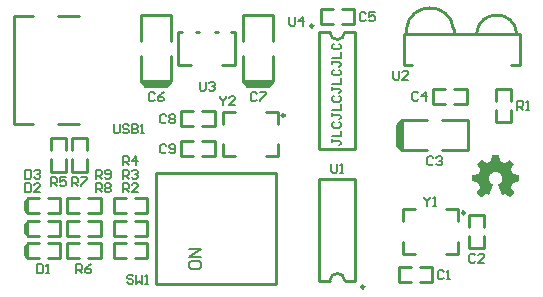
<source format=gto>
G04*
G04 #@! TF.GenerationSoftware,Altium Limited,Altium Designer,22.6.1 (34)*
G04*
G04 Layer_Color=65535*
%FSLAX44Y44*%
%MOMM*%
G71*
G04*
G04 #@! TF.SameCoordinates,64BB26C1-36A9-42FA-8A83-9A0FAFC5C5BC*
G04*
G04*
G04 #@! TF.FilePolarity,Positive*
G04*
G01*
G75*
%ADD10C,0.2500*%
%ADD11C,0.2540*%
%ADD12C,0.2032*%
%ADD13C,0.1524*%
G36*
X109220Y180340D02*
X132080D01*
X128270Y176530D01*
X113030D01*
X109220Y180340D01*
D02*
G37*
G36*
X195580D02*
X218440D01*
X214630Y176530D01*
X199390D01*
X195580Y180340D01*
D02*
G37*
G36*
X328930Y146050D02*
Y123190D01*
X325120Y127000D01*
Y142240D01*
X328930Y146050D01*
D02*
G37*
G36*
X411121Y118100D02*
Y117959D01*
X412108Y112951D01*
Y112880D01*
Y112810D01*
X412179Y112739D01*
X412320Y112669D01*
X415706Y111258D01*
X416058D01*
X420220Y114221D01*
X420502D01*
X420573Y114150D01*
X424170Y110623D01*
Y110553D01*
Y110412D01*
Y110341D01*
Y110271D01*
X421278Y106109D01*
Y106038D01*
Y105897D01*
Y105827D01*
Y105686D01*
X422900Y102229D01*
Y102159D01*
X422971Y102088D01*
X423112Y102018D01*
X427908Y101172D01*
X428050D01*
X428120Y101101D01*
Y100960D01*
Y95881D01*
Y95811D01*
X428050Y95740D01*
X427908Y95670D01*
X423253Y94682D01*
X423112D01*
X423041Y94612D01*
X422971Y94471D01*
X421419Y90732D01*
Y90662D01*
Y90520D01*
Y90450D01*
Y90379D01*
X424170Y86430D01*
Y86288D01*
Y86218D01*
Y86147D01*
X420573Y82620D01*
X420502Y82550D01*
X420361D01*
X420220Y82620D01*
X416411Y85230D01*
X416058D01*
X414366Y84243D01*
X414225D01*
X414154Y84313D01*
X414083Y84384D01*
X410557Y92919D01*
Y92989D01*
Y93060D01*
X410627Y93271D01*
X411121Y93483D01*
X411191Y93554D01*
X411262Y93624D01*
X411333Y93765D01*
X411474Y93836D01*
X411756Y94047D01*
X412108Y94400D01*
X412602Y94894D01*
X413096Y95529D01*
X413449Y96305D01*
X413731Y97221D01*
X413872Y98279D01*
Y98350D01*
Y98703D01*
X413801Y99126D01*
X413660Y99620D01*
X413449Y100254D01*
X413167Y100960D01*
X412814Y101595D01*
X412249Y102229D01*
X412179Y102300D01*
X411967Y102512D01*
X411615Y102794D01*
X411191Y103076D01*
X410627Y103358D01*
X409992Y103640D01*
X409216Y103852D01*
X408370Y103922D01*
X408017D01*
X407594Y103852D01*
X407030Y103711D01*
X406466Y103499D01*
X405760Y103217D01*
X405125Y102794D01*
X404491Y102229D01*
X404420Y102159D01*
X404208Y101947D01*
X403997Y101595D01*
X403715Y101101D01*
X403362Y100537D01*
X403150Y99902D01*
X402939Y99126D01*
X402868Y98279D01*
Y98138D01*
X402939Y97786D01*
X403009Y97221D01*
X403150Y96587D01*
X403503Y95881D01*
X403926Y95105D01*
X404491Y94400D01*
X405337Y93765D01*
X405407Y93695D01*
X405478Y93554D01*
X405549D01*
X405619Y93483D01*
X406042Y93271D01*
X406113Y93201D01*
X406183Y92919D01*
X402727Y84384D01*
X402657Y84313D01*
X402374Y84243D01*
X400682Y85230D01*
X400329D01*
X396520Y82620D01*
X396379Y82550D01*
X396308D01*
X396167Y82620D01*
X392500Y86147D01*
Y86288D01*
Y86359D01*
Y86430D01*
X395321Y90379D01*
Y90450D01*
Y90520D01*
Y90591D01*
Y90732D01*
X393699Y94471D01*
Y94541D01*
Y94612D01*
X393628Y94682D01*
X393487D01*
X388832Y95670D01*
X388761D01*
X388690Y95740D01*
X388620Y95881D01*
Y100960D01*
Y101030D01*
Y101101D01*
X388690Y101172D01*
X388832D01*
X393628Y102018D01*
X393699D01*
X393840Y102088D01*
X393981Y102229D01*
X395391Y105686D01*
Y105756D01*
Y105897D01*
Y105968D01*
Y106038D01*
Y106109D01*
X392500Y110271D01*
Y110341D01*
Y110412D01*
Y110482D01*
Y110623D01*
X396167Y114150D01*
X396238Y114221D01*
X396520D01*
X400682Y111258D01*
X401034D01*
X404420Y112669D01*
X404491D01*
X404561Y112739D01*
X404632Y112810D01*
Y112951D01*
X405619Y117959D01*
Y118029D01*
Y118100D01*
X405690Y118171D01*
X405831Y118241D01*
X411050D01*
X411121Y118100D01*
D02*
G37*
D10*
X382250Y69088D02*
G03*
X382250Y69088I-1250J0D01*
G01*
X297160Y6350D02*
G03*
X297160Y6350I-1250J0D01*
G01*
X229850Y151638D02*
G03*
X229850Y151638I-1250J0D01*
G01*
X253980Y227330D02*
G03*
X253980Y227330I-1250J0D01*
G01*
D11*
X280670Y11430D02*
G03*
X267970Y11430I-6350J0D01*
G01*
X426230Y220810D02*
G03*
X392230Y220810I-17000J-1246D01*
G01*
X372730Y224410D02*
G03*
X332730Y224410I-20000J-1889D01*
G01*
X267970Y222250D02*
G03*
X280670Y222250I6350J0D01*
G01*
X344170Y10160D02*
X354584D01*
X344170Y22860D02*
X354584D01*
X326136Y10160D02*
X336550D01*
X326136Y22860D02*
X336550D01*
X354584Y10160D02*
Y22860D01*
X326136Y10160D02*
Y22860D01*
X121200Y9010D02*
Y102990D01*
X222800Y9010D02*
Y102990D01*
X121200Y9010D02*
X222800D01*
X121200Y102990D02*
X222800D01*
X278130Y228600D02*
X288544D01*
X278130Y241300D02*
X288544D01*
X260096Y228600D02*
X270510D01*
X260096Y241300D02*
X270510D01*
X288544Y228600D02*
Y241300D01*
X260096Y228600D02*
Y241300D01*
X325120Y143510D02*
X328930Y147320D01*
Y121920D02*
Y147320D01*
X325120Y125730D02*
Y143510D01*
Y125730D02*
X328930Y121920D01*
X350520D01*
X328930Y147320D02*
X350520D01*
X384810Y121920D02*
Y147320D01*
X363220D02*
X384810D01*
X363220Y121920D02*
X384810D01*
X329799Y72331D02*
X339959D01*
X329799Y62171D02*
Y72331D01*
X366014Y72136D02*
X376174D01*
Y61976D02*
Y72136D01*
X329946Y34544D02*
Y44704D01*
Y34544D02*
X340106D01*
X366161Y34349D02*
X376321D01*
Y44509D01*
X386080Y39116D02*
Y49530D01*
X398780Y39116D02*
Y49530D01*
X386080Y57150D02*
Y67564D01*
X398780Y57150D02*
Y67564D01*
X386080Y39116D02*
X398780D01*
X386080Y67564D02*
X398780D01*
X259080Y97790D02*
X289560D01*
Y11430D02*
Y97790D01*
X259080Y11430D02*
Y97790D01*
X280670Y11430D02*
X289560D01*
X259080D02*
X267970D01*
X383794Y161290D02*
Y173990D01*
X355346Y161290D02*
Y173990D01*
X373380Y161290D02*
X383794D01*
X373380Y173990D02*
X383794D01*
X355346Y161290D02*
X365760D01*
X355346Y173990D02*
X365760D01*
X421640Y194310D02*
X429030D01*
Y220810D01*
X330430Y194310D02*
X337820D01*
X392230Y220810D02*
X426230D01*
X330430Y194310D02*
Y220810D01*
X429030D01*
X332730D02*
Y224410D01*
X372730Y220810D02*
Y224410D01*
X332730Y220810D02*
X372730D01*
X408940Y145796D02*
X421640D01*
X408940Y174244D02*
X421640D01*
X408940Y145796D02*
Y156210D01*
X421640Y145796D02*
Y156210D01*
X408940Y163830D02*
Y174244D01*
X421640Y163830D02*
Y174244D01*
X49530Y103886D02*
X62230D01*
X49530Y132334D02*
X62230D01*
X49530Y103886D02*
Y114300D01*
X62230Y103886D02*
Y114300D01*
X49530Y121920D02*
Y132334D01*
X62230Y121920D02*
Y132334D01*
X177399Y154881D02*
X187559D01*
X177399Y144721D02*
Y154881D01*
X213614Y154686D02*
X223774D01*
Y144526D02*
Y154686D01*
X177546Y117094D02*
Y127254D01*
Y117094D02*
X187706D01*
X213761Y116899D02*
X223921D01*
Y127059D01*
X39370Y68580D02*
Y81280D01*
X29210D02*
X39370D01*
X29210Y68580D02*
X39370D01*
X11208Y70223D02*
Y79637D01*
X9566Y71865D02*
Y77995D01*
Y71865D02*
X12851Y68580D01*
X21590D01*
X9566Y77995D02*
X12851Y81280D01*
X21590D01*
X73914Y68580D02*
Y81280D01*
X45466Y68580D02*
Y81280D01*
X63500Y68580D02*
X73914D01*
X63500Y81280D02*
X73914D01*
X45466Y68580D02*
X55880D01*
X45466Y81280D02*
X55880D01*
X73914Y49530D02*
Y62230D01*
X45466Y49530D02*
Y62230D01*
X63500Y49530D02*
X73914D01*
X63500Y62230D02*
X73914D01*
X45466Y49530D02*
X55880D01*
X45466Y62230D02*
X55880D01*
X39370Y49530D02*
Y62230D01*
X29210D02*
X39370D01*
X29210Y49530D02*
X39370D01*
X11208Y51172D02*
Y60588D01*
X9566Y52815D02*
Y58945D01*
Y52815D02*
X12851Y49530D01*
X21590D01*
X9566Y58945D02*
X12851Y62230D01*
X21590D01*
X39370Y30480D02*
Y43180D01*
X29210D02*
X39370D01*
X29210Y30480D02*
X39370D01*
X11208Y32122D02*
Y41537D01*
X9566Y33765D02*
Y39895D01*
Y33765D02*
X12851Y30480D01*
X21590D01*
X9566Y39895D02*
X12851Y43180D01*
X21590D01*
X73914Y30480D02*
Y43180D01*
X45466Y30480D02*
Y43180D01*
X63500Y30480D02*
X73914D01*
X63500Y43180D02*
X73914D01*
X45466Y30480D02*
X55880D01*
X45466Y43180D02*
X55880D01*
X113284Y68580D02*
Y81280D01*
X84836Y68580D02*
Y81280D01*
X102870Y68580D02*
X113284D01*
X102870Y81280D02*
X113284D01*
X84836Y68580D02*
X95250D01*
X84836Y81280D02*
X95250D01*
X259080Y222250D02*
X267970D01*
X280670D02*
X289560D01*
Y123190D02*
Y222250D01*
X259080Y123190D02*
Y222250D01*
Y123190D02*
X289560D01*
X84836Y62230D02*
X95250D01*
X84836Y49530D02*
X95250D01*
X102870Y62230D02*
X113284D01*
X102870Y49530D02*
X113284D01*
X84836D02*
Y62230D01*
X113284Y49530D02*
Y62230D01*
X84836Y43180D02*
X95250D01*
X84836Y30480D02*
X95250D01*
X102870Y43180D02*
X113284D01*
X102870Y30480D02*
X113284D01*
X84836D02*
Y43180D01*
X113284Y30480D02*
Y43180D01*
X160020Y142240D02*
X170434D01*
X160020Y154940D02*
X170434D01*
X141986Y142240D02*
X152400D01*
X141986Y154940D02*
X152400D01*
X170434Y142240D02*
Y154940D01*
X141986Y142240D02*
Y154940D01*
Y129540D02*
X152400D01*
X141986Y116840D02*
X152400D01*
X160020Y129540D02*
X170434D01*
X160020Y116840D02*
X170434D01*
X141986D02*
Y129540D01*
X170434Y116840D02*
Y129540D01*
X139573Y222504D02*
X143152D01*
X154378D02*
X157201D01*
X170459D02*
X173282D01*
X188087Y194056D02*
Y222504D01*
X139573Y194056D02*
X150851D01*
X139573D02*
Y222504D01*
X184508D02*
X188087D01*
X176809Y194056D02*
X188087D01*
X194310Y180340D02*
X198120Y176530D01*
X194310Y180340D02*
X219710D01*
X198120Y176530D02*
X215900D01*
X219710Y180340D01*
Y201930D01*
X194310Y180340D02*
Y201930D01*
Y236220D02*
X219710D01*
X194310Y214630D02*
Y236220D01*
X219710Y214630D02*
Y236220D01*
X107950Y180340D02*
X111760Y176530D01*
X107950Y180340D02*
X133350D01*
X111760Y176530D02*
X129540D01*
X133350Y180340D01*
Y201930D01*
X107950Y180340D02*
Y201930D01*
Y236220D02*
X133350D01*
X107950Y214630D02*
Y236220D01*
X133350Y214630D02*
Y236220D01*
X961Y144280D02*
Y235720D01*
X16510D01*
X961Y144280D02*
X16510D01*
X38100Y235720D02*
X55880D01*
X38100Y144280D02*
X55880D01*
X44450Y121920D02*
Y132334D01*
X31750Y121920D02*
Y132334D01*
X44450Y103886D02*
Y114300D01*
X31750Y103886D02*
Y114300D01*
Y132334D02*
X44450D01*
X31750Y103886D02*
X44450D01*
D12*
X149143Y26788D02*
Y23403D01*
X150836Y21710D01*
X157607D01*
X159300Y23403D01*
Y26788D01*
X157607Y28481D01*
X150836D01*
X149143Y26788D01*
X159300Y31867D02*
X149143D01*
X159300Y38638D01*
X149143D01*
X270004Y131401D02*
Y128947D01*
Y130174D01*
X276141D01*
X277368Y128947D01*
Y127719D01*
X276141Y126492D01*
X270004Y133856D02*
X277368D01*
Y138765D01*
X271232Y146128D02*
X270004Y144901D01*
Y142446D01*
X271232Y141219D01*
X276141D01*
X277368Y142446D01*
Y144901D01*
X276141Y146128D01*
X270004Y153492D02*
Y151037D01*
Y152265D01*
X276141D01*
X277368Y151037D01*
Y149810D01*
X276141Y148583D01*
X270004Y155946D02*
X277368D01*
Y160856D01*
X271232Y168219D02*
X270004Y166992D01*
Y164537D01*
X271232Y163310D01*
X276141D01*
X277368Y164537D01*
Y166992D01*
X276141Y168219D01*
X270004Y175583D02*
Y173128D01*
Y174356D01*
X276141D01*
X277368Y173128D01*
Y171901D01*
X276141Y170674D01*
X270004Y178037D02*
X277368D01*
Y182946D01*
X271232Y190310D02*
X270004Y189083D01*
Y186628D01*
X271232Y185401D01*
X276141D01*
X277368Y186628D01*
Y189083D01*
X276141Y190310D01*
X270004Y197674D02*
Y195219D01*
Y196446D01*
X276141D01*
X277368Y195219D01*
Y193992D01*
X276141Y192764D01*
X270004Y200128D02*
X277368D01*
Y205037D01*
X271232Y212401D02*
X270004Y211173D01*
Y208719D01*
X271232Y207492D01*
X276141D01*
X277368Y208719D01*
Y211173D01*
X276141Y212401D01*
D13*
X269242Y110489D02*
Y104141D01*
X270511Y102871D01*
X273050D01*
X274320Y104141D01*
Y110489D01*
X276859Y102871D02*
X279398D01*
X278129D01*
Y110489D01*
X276859Y109219D01*
X69982Y97791D02*
Y105409D01*
X73791D01*
X75060Y104139D01*
Y101600D01*
X73791Y100330D01*
X69982D01*
X72521D02*
X75060Y97791D01*
X77600Y99061D02*
X78869Y97791D01*
X81408D01*
X82678Y99061D01*
Y104139D01*
X81408Y105409D01*
X78869D01*
X77600Y104139D01*
Y102870D01*
X78869Y101600D01*
X82678D01*
X69722Y86361D02*
Y93979D01*
X73531D01*
X74800Y92709D01*
Y90170D01*
X73531Y88900D01*
X69722D01*
X72261D02*
X74800Y86361D01*
X77340Y92709D02*
X78609Y93979D01*
X81148D01*
X82418Y92709D01*
Y91440D01*
X81148Y90170D01*
X82418Y88900D01*
Y87631D01*
X81148Y86361D01*
X78609D01*
X77340Y87631D01*
Y88900D01*
X78609Y90170D01*
X77340Y91440D01*
Y92709D01*
X78609Y90170D02*
X81148D01*
X53342Y17781D02*
Y25399D01*
X57151D01*
X58420Y24129D01*
Y21590D01*
X57151Y20320D01*
X53342D01*
X55881D02*
X58420Y17781D01*
X66038Y25399D02*
X63499Y24129D01*
X60960Y21590D01*
Y19051D01*
X62229Y17781D01*
X64768D01*
X66038Y19051D01*
Y20320D01*
X64768Y21590D01*
X60960D01*
X10032Y105409D02*
Y97791D01*
X13841D01*
X15110Y99061D01*
Y104139D01*
X13841Y105409D01*
X10032D01*
X17650Y104139D02*
X18919Y105409D01*
X21458D01*
X22728Y104139D01*
Y102870D01*
X21458Y101600D01*
X20189D01*
X21458D01*
X22728Y100330D01*
Y99061D01*
X21458Y97791D01*
X18919D01*
X17650Y99061D01*
X10162Y93979D02*
Y86361D01*
X13971D01*
X15240Y87631D01*
Y92709D01*
X13971Y93979D01*
X10162D01*
X22858Y86361D02*
X17780D01*
X22858Y91440D01*
Y92709D01*
X21588Y93979D01*
X19049D01*
X17780Y92709D01*
X20322Y25399D02*
Y17781D01*
X24130D01*
X25400Y19051D01*
Y24129D01*
X24130Y25399D01*
X20322D01*
X27939Y17781D02*
X30478D01*
X29209D01*
Y25399D01*
X27939Y24129D01*
X175262Y167639D02*
Y166369D01*
X177801Y163830D01*
X180340Y166369D01*
Y167639D01*
X177801Y163830D02*
Y160021D01*
X187958D02*
X182880D01*
X187958Y165100D01*
Y166369D01*
X186688Y167639D01*
X184149D01*
X182880Y166369D01*
X347982Y82549D02*
Y81279D01*
X350521Y78740D01*
X353060Y81279D01*
Y82549D01*
X350521Y78740D02*
Y74931D01*
X355599D02*
X358138D01*
X356869D01*
Y82549D01*
X355599Y81279D01*
X85094Y144279D02*
Y137931D01*
X86364Y136661D01*
X88903D01*
X90173Y137931D01*
Y144279D01*
X97790Y143009D02*
X96520Y144279D01*
X93981D01*
X92712Y143009D01*
Y141740D01*
X93981Y140470D01*
X96520D01*
X97790Y139200D01*
Y137931D01*
X96520Y136661D01*
X93981D01*
X92712Y137931D01*
X100329Y144279D02*
Y136661D01*
X104138D01*
X105407Y137931D01*
Y139200D01*
X104138Y140470D01*
X100329D01*
X104138D01*
X105407Y141740D01*
Y143009D01*
X104138Y144279D01*
X100329D01*
X107947Y136661D02*
X110486D01*
X109216D01*
Y144279D01*
X107947Y143009D01*
X233682Y234949D02*
Y228601D01*
X234952Y227331D01*
X237491D01*
X238760Y228601D01*
Y234949D01*
X245108Y227331D02*
Y234949D01*
X241300Y231140D01*
X246378D01*
X157990Y180085D02*
Y173737D01*
X159260Y172467D01*
X161799D01*
X163068Y173737D01*
Y180085D01*
X165608Y178815D02*
X166877Y180085D01*
X169416D01*
X170686Y178815D01*
Y177546D01*
X169416Y176276D01*
X168147D01*
X169416D01*
X170686Y175006D01*
Y173737D01*
X169416Y172467D01*
X166877D01*
X165608Y173737D01*
X321552Y189229D02*
Y182881D01*
X322822Y181611D01*
X325361D01*
X326630Y182881D01*
Y189229D01*
X334248Y181611D02*
X329170D01*
X334248Y186690D01*
Y187959D01*
X332978Y189229D01*
X330439D01*
X329170Y187959D01*
X101601Y15239D02*
X100332Y16509D01*
X97793D01*
X96523Y15239D01*
Y13970D01*
X97793Y12700D01*
X100332D01*
X101601Y11430D01*
Y10161D01*
X100332Y8891D01*
X97793D01*
X96523Y10161D01*
X104140Y16509D02*
Y8891D01*
X106680Y11430D01*
X109219Y8891D01*
Y16509D01*
X111758Y8891D02*
X114297D01*
X113027D01*
Y16509D01*
X111758Y15239D01*
X49532Y91441D02*
Y99059D01*
X53341D01*
X54610Y97789D01*
Y95250D01*
X53341Y93980D01*
X49532D01*
X52071D02*
X54610Y91441D01*
X57150Y99059D02*
X62228D01*
Y97789D01*
X57150Y92711D01*
Y91441D01*
X31752D02*
Y99059D01*
X35561D01*
X36830Y97789D01*
Y95250D01*
X35561Y93980D01*
X31752D01*
X34291D02*
X36830Y91441D01*
X44448Y99059D02*
X39370D01*
Y95250D01*
X41909Y96520D01*
X43178D01*
X44448Y95250D01*
Y92711D01*
X43178Y91441D01*
X40639D01*
X39370Y92711D01*
X92712Y109221D02*
Y116839D01*
X96521D01*
X97790Y115569D01*
Y113030D01*
X96521Y111760D01*
X92712D01*
X95251D02*
X97790Y109221D01*
X104138D02*
Y116839D01*
X100330Y113030D01*
X105408D01*
X92712Y97791D02*
Y105409D01*
X96521D01*
X97790Y104139D01*
Y101600D01*
X96521Y100330D01*
X92712D01*
X95251D02*
X97790Y97791D01*
X100330Y104139D02*
X101599Y105409D01*
X104138D01*
X105408Y104139D01*
Y102870D01*
X104138Y101600D01*
X102869D01*
X104138D01*
X105408Y100330D01*
Y99061D01*
X104138Y97791D01*
X101599D01*
X100330Y99061D01*
X92712Y86361D02*
Y93979D01*
X96521D01*
X97790Y92709D01*
Y90170D01*
X96521Y88900D01*
X92712D01*
X95251D02*
X97790Y86361D01*
X105408D02*
X100330D01*
X105408Y91440D01*
Y92709D01*
X104138Y93979D01*
X101599D01*
X100330Y92709D01*
X426722Y156211D02*
Y163829D01*
X430530D01*
X431800Y162559D01*
Y160020D01*
X430530Y158750D01*
X426722D01*
X429261D02*
X431800Y156211D01*
X434339D02*
X436878D01*
X435609D01*
Y163829D01*
X434339Y162559D01*
X129540Y125729D02*
X128271Y126999D01*
X125732D01*
X124462Y125729D01*
Y120651D01*
X125732Y119381D01*
X128271D01*
X129540Y120651D01*
X132080D02*
X133349Y119381D01*
X135888D01*
X137158Y120651D01*
Y125729D01*
X135888Y126999D01*
X133349D01*
X132080Y125729D01*
Y124460D01*
X133349Y123190D01*
X137158D01*
X129540Y151129D02*
X128271Y152399D01*
X125732D01*
X124462Y151129D01*
Y146051D01*
X125732Y144781D01*
X128271D01*
X129540Y146051D01*
X132080Y151129D02*
X133349Y152399D01*
X135888D01*
X137158Y151129D01*
Y149860D01*
X135888Y148590D01*
X137158Y147320D01*
Y146051D01*
X135888Y144781D01*
X133349D01*
X132080Y146051D01*
Y147320D01*
X133349Y148590D01*
X132080Y149860D01*
Y151129D01*
X133349Y148590D02*
X135888D01*
X206248Y169925D02*
X204979Y171195D01*
X202440D01*
X201170Y169925D01*
Y164847D01*
X202440Y163577D01*
X204979D01*
X206248Y164847D01*
X208788Y171195D02*
X213866D01*
Y169925D01*
X208788Y164847D01*
Y163577D01*
X119888Y169925D02*
X118619Y171195D01*
X116080D01*
X114810Y169925D01*
Y164847D01*
X116080Y163577D01*
X118619D01*
X119888Y164847D01*
X127506Y171195D02*
X124967Y169925D01*
X122428Y167386D01*
Y164847D01*
X123697Y163577D01*
X126236D01*
X127506Y164847D01*
Y166116D01*
X126236Y167386D01*
X122428D01*
X298450Y237489D02*
X297181Y238759D01*
X294642D01*
X293372Y237489D01*
Y232411D01*
X294642Y231141D01*
X297181D01*
X298450Y232411D01*
X306068Y238759D02*
X300990D01*
Y234950D01*
X303529Y236220D01*
X304798D01*
X306068Y234950D01*
Y232411D01*
X304798Y231141D01*
X302259D01*
X300990Y232411D01*
X342900Y170179D02*
X341631Y171449D01*
X339092D01*
X337822Y170179D01*
Y165101D01*
X339092Y163831D01*
X341631D01*
X342900Y165101D01*
X349248Y163831D02*
Y171449D01*
X345440Y167640D01*
X350518D01*
X355600Y115569D02*
X354331Y116839D01*
X351792D01*
X350522Y115569D01*
Y110491D01*
X351792Y109221D01*
X354331D01*
X355600Y110491D01*
X358140Y115569D02*
X359409Y116839D01*
X361948D01*
X363218Y115569D01*
Y114300D01*
X361948Y113030D01*
X360679D01*
X361948D01*
X363218Y111760D01*
Y110491D01*
X361948Y109221D01*
X359409D01*
X358140Y110491D01*
X391160Y33019D02*
X389891Y34289D01*
X387352D01*
X386082Y33019D01*
Y27941D01*
X387352Y26671D01*
X389891D01*
X391160Y27941D01*
X398778Y26671D02*
X393700D01*
X398778Y31750D01*
Y33019D01*
X397508Y34289D01*
X394969D01*
X393700Y33019D01*
X364360Y19049D02*
X363090Y20319D01*
X360551D01*
X359282Y19049D01*
Y13971D01*
X360551Y12701D01*
X363090D01*
X364360Y13971D01*
X366899Y12701D02*
X369438D01*
X368169D01*
Y20319D01*
X366899Y19049D01*
M02*

</source>
